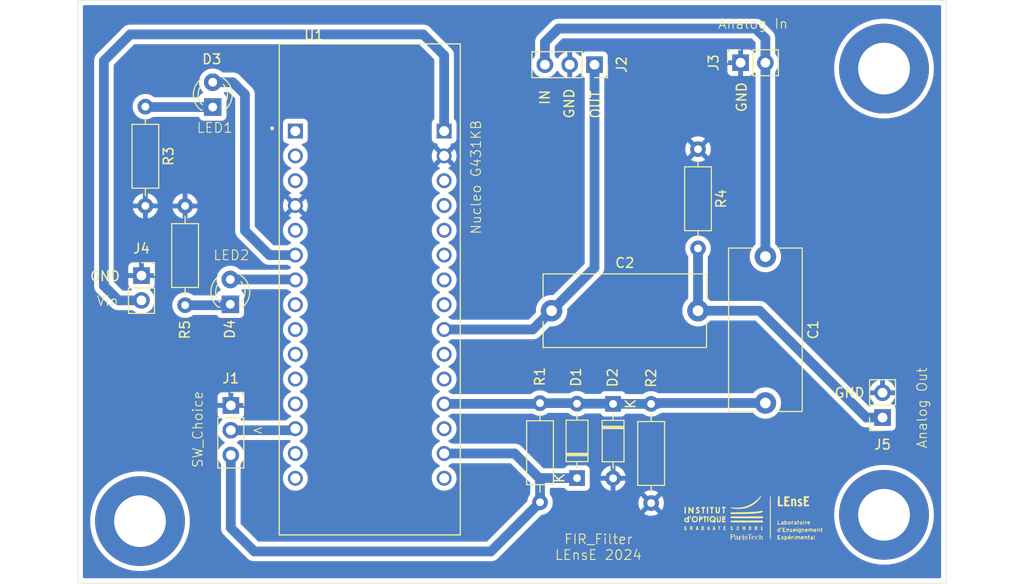
<source format=kicad_pcb>
(kicad_pcb (version 20240108) (generator "pcbnew") (generator_version "8.0")
  (layers (0 "F.Cu" signal) (31 "B.Cu" signal) (34 "B.Paste" user) (35 "F.Paste" user) (36 "B.SilkS" user "B.Silkscreen") (37 "F.SilkS" user "F.Silkscreen") (38 "B.Mask" user) (39 "F.Mask" user) (44 "Edge.Cuts" user))
  (net 0 "")
  (net 1 "GND")
  (net 2 "DAC_OUT")
  (net 3 "CHOICE")
  (net 4 "Analog_In")
  (net 5 "3.3V")
  (net 13 "Net-(D4-K)")
  (net 17 "Net-(J5-Pin_1)")
  (net 18 "LED1")
  (net 19 "Net-(D3-K)")
  (net 21 "AN_IN")
  (net 22 "Vin")
  (net 23 "5V")
  (net 33 "LED2")
  (footprint "Resistor_THT:R_Axial_DIN0207_L6.3mm_D2.5mm_P10.16mm_Horizontal" (layer "F.Cu") (at 241.3 110.55 -90)
    (property "Reference" "R4" (at 5.08 -2.37 90) (layer "F.SilkS"))
    (property "Value" "47k")
    (pad "1" thru_hole circle (at 0 0 270) (size 1.6 1.6) (drill 0.8) (layers "*.Cu" "*.Mask") (net 1 "GND"))
    (pad "2" thru_hole oval (at 10.16 0 270) (size 1.6 1.6) (drill 0.8) (layers "*.Cu" "*.Mask") (net 17 "Net-(J5-Pin_1)"))
  )
  (footprint "Resistor_THT:R_Axial_DIN0207_L6.3mm_D2.5mm_P10.16mm_Horizontal" (layer "F.Cu") (at 184.7 106.2 -90)
    (property "Reference" "R3" (at 5.08 -2.37 90) (layer "F.SilkS"))
    (property "Value" "100")
    (pad "1" thru_hole circle (at 0 0 270) (size 1.6 1.6) (drill 0.8) (layers "*.Cu" "*.Mask") (net 19 "Net-(D3-K)"))
    (pad "2" thru_hole oval (at 10.16 0 270) (size 1.6 1.6) (drill 0.8) (layers "*.Cu" "*.Mask") (net 1 "GND"))
  )
  (footprint "Resistor_THT:R_Axial_DIN0207_L6.3mm_D2.5mm_P10.16mm_Horizontal" (layer "F.Cu") (at 225.12 136.56 -90)
    (property "Reference" "R1" (at -2.71 0.02 90) (layer "F.SilkS"))
    (property "Value" "47k")
    (pad "1" thru_hole circle (at 0 0 270) (size 1.6 1.6) (drill 0.8) (layers "*.Cu" "*.Mask") (net 21 "AN_IN"))
    (pad "2" thru_hole oval (at 10.16 0 270) (size 1.6 1.6) (drill 0.8) (layers "*.Cu" "*.Mask") (net 5 "3.3V"))
  )
  (footprint "Diode_THT:D_DO-35_SOD27_P7.62mm_Horizontal" (layer "F.Cu") (at 228.91 144.24 90)
    (property "Reference" "D1" (at 10.34 -0.11 -90) (layer "F.SilkS"))
    (property "Value" "D")
    (fp_text user "K" (at 0 -1.8 -90) (layer "F.SilkS"))
    (pad "1" thru_hole rect (at 0 0 90) (size 1.6 1.6) (drill 0.8) (layers "*.Cu" "*.Mask") (net 5 "3.3V"))
    (pad "2" thru_hole oval (at 7.62 0 90) (size 1.6 1.6) (drill 0.8) (layers "*.Cu" "*.Mask") (net 21 "AN_IN"))
  )
  (footprint "Resistor_THT:R_Axial_DIN0207_L6.3mm_D2.5mm_P10.16mm_Horizontal" (layer "F.Cu") (at 236.5 146.8 90)
    (property "Reference" "R2" (at 12.8 0 -90) (layer "F.SilkS"))
    (property "Value" "47k")
    (pad "1" thru_hole circle (at 0 0 90) (size 1.6 1.6) (drill 0.8) (layers "*.Cu" "*.Mask") (net 1 "GND"))
    (pad "2" thru_hole oval (at 10.16 0 90) (size 1.6 1.6) (drill 0.8) (layers "*.Cu" "*.Mask") (net 21 "AN_IN"))
  )
  (footprint "LEnsE:Logo_Small" (layer "F.Cu") (at 247 148.1)
    (property "Reference" "G***" (hide yes))
    (property "Value" "LOGO" (hide yes))
  )
  (footprint "Resistor_THT:R_Axial_DIN0207_L6.3mm_D2.5mm_P10.16mm_Horizontal" (layer "F.Cu") (at 188.77 126.53 90)
    (property "Reference" "R5" (at -2.52 -0.02 -90) (layer "F.SilkS"))
    (property "Value" "100")
    (pad "1" thru_hole circle (at 0 0 90) (size 1.6 1.6) (drill 0.8) (layers "*.Cu" "*.Mask") (net 13 "Net-(D4-K)"))
    (pad "2" thru_hole oval (at 10.16 0 90) (size 1.6 1.6) (drill 0.8) (layers "*.Cu" "*.Mask") (net 1 "GND"))
  )
  (footprint "Capacitor_THT:C_Rect_L16.5mm_W7.3mm_P15.00mm_MKT" (layer "F.Cu") (at 248.2 121.55 -90)
    (property "Reference" "C1" (at 7.5 -4.9 90) (layer "F.SilkS"))
    (property "Value" "1uF")
    (pad "1" thru_hole circle (at 0 0 270) (size 2.2 2.2) (drill 1.1) (layers "*.Cu" "*.Mask") (net 4 "Analog_In"))
    (pad "2" thru_hole circle (at 15 0 270) (size 2.2 2.2) (drill 1.1) (layers "*.Cu" "*.Mask") (net 21 "AN_IN"))
  )
  (footprint "Diode_THT:D_DO-35_SOD27_P7.62mm_Horizontal" (layer "F.Cu") (at 232.6 136.64 -90)
    (property "Reference" "D2" (at -2.69 0.05 90) (layer "F.SilkS"))
    (property "Value" "D")
    (fp_text user "K" (at 0 -1.8 90) (layer "F.SilkS"))
    (pad "1" thru_hole rect (at 0 0 270) (size 1.6 1.6) (drill 0.8) (layers "*.Cu" "*.Mask") (net 21 "AN_IN"))
    (pad "2" thru_hole oval (at 7.62 0 270) (size 1.6 1.6) (drill 0.8) (layers "*.Cu" "*.Mask") (net 1 "GND"))
  )
  (footprint "NUCLEO_L432KC:MODULE_NUCLEO-L432KC" (layer "F.Cu") (at 207.68 124.915)
    (property "Reference" "U1" (at -5.715 -26.035 0) (layer "F.SilkS"))
    (property "Value" "NUCLEO-L432KC")
    (pad "CN3_1" thru_hole rect (at -7.62 -16.215) (size 1.53 1.53) (drill 1.02) (layers "*.Cu" "*.Mask"))
    (pad "CN3_2" thru_hole circle (at -7.62 -13.675) (size 1.53 1.53) (drill 1.02) (layers "*.Cu" "*.Mask"))
    (pad "CN3_3" thru_hole circle (at -7.62 -11.135) (size 1.53 1.53) (drill 1.02) (layers "*.Cu" "*.Mask"))
    (pad "CN3_4" thru_hole circle (at -7.62 -8.595) (size 1.53 1.53) (drill 1.02) (layers "*.Cu" "*.Mask") (net 1 "GND"))
    (pad "CN3_5" thru_hole circle (at -7.62 -6.055) (size 1.53 1.53) (drill 1.02) (layers "*.Cu" "*.Mask"))
    (pad "CN3_6" thru_hole circle (at -7.62 -3.515) (size 1.53 1.53) (drill 1.02) (layers "*.Cu" "*.Mask") (net 18 "LED1"))
    (pad "CN3_7" thru_hole circle (at -7.62 -0.975) (size 1.53 1.53) (drill 1.02) (layers "*.Cu" "*.Mask") (net 33 "LED2"))
    (pad "CN3_8" thru_hole circle (at -7.62 1.565) (size 1.53 1.53) (drill 1.02) (layers "*.Cu" "*.Mask"))
    (pad "CN3_9" thru_hole circle (at -7.62 4.105) (size 1.53 1.53) (drill 1.02) (layers "*.Cu" "*.Mask"))
    (pad "CN3_10" thru_hole circle (at -7.62 6.645) (size 1.53 1.53) (drill 1.02) (layers "*.Cu" "*.Mask"))
    (pad "CN3_11" thru_hole circle (at -7.62 9.185) (size 1.53 1.53) (drill 1.02) (layers "*.Cu" "*.Mask"))
    (pad "CN3_12" thru_hole circle (at -7.62 11.725) (size 1.53 1.53) (drill 1.02) (layers "*.Cu" "*.Mask"))
    (pad "CN3_13" thru_hole circle (at -7.62 14.265) (size 1.53 1.53) (drill 1.02) (layers "*.Cu" "*.Mask") (net 3 "CHOICE"))
    (pad "CN3_14" thru_hole circle (at -7.62 16.805) (size 1.53 1.53) (drill 1.02) (layers "*.Cu" "*.Mask"))
    (pad "CN3_15" thru_hole circle (at -7.62 19.345) (size 1.53 1.53) (drill 1.02) (layers "*.Cu" "*.Mask"))
    (pad "CN4_1" thru_hole rect (at 7.62 -16.215) (size 1.53 1.53) (drill 1.02) (layers "*.Cu" "*.Mask") (net 22 "Vin"))
    (pad "CN4_2" thru_hole circle (at 7.62 -13.675) (size 1.53 1.53) (drill 1.02) (layers "*.Cu" "*.Mask") (net 1 "GND"))
    (pad "CN4_3" thru_hole circle (at 7.62 -11.135) (size 1.53 1.53) (drill 1.02) (layers "*.Cu" "*.Mask"))
    (pad "CN4_4" thru_hole circle (at 7.62 -8.595) (size 1.53 1.53) (drill 1.02) (layers "*.Cu" "*.Mask") (net 23 "5V"))
    (pad "CN4_5" thru_hole circle (at 7.62 -6.055) (size 1.53 1.53) (drill 1.02) (layers "*.Cu" "*.Mask"))
    (pad "CN4_6" thru_hole circle (at 7.62 -3.515) (size 1.53 1.53) (drill 1.02) (layers "*.Cu" "*.Mask"))
    (pad "CN4_7" thru_hole circle (at 7.62 -0.975) (size 1.53 1.53) (drill 1.02) (layers "*.Cu" "*.Mask"))
    (pad "CN4_8" thru_hole circle (at 7.62 1.565) (size 1.53 1.53) (drill 1.02) (layers "*.Cu" "*.Mask"))
    (pad "CN4_9" thru_hole circle (at 7.62 4.105) (size 1.53 1.53) (drill 1.02) (layers "*.Cu" "*.Mask") (net 2 "DAC_OUT"))
    (pad "CN4_10" thru_hole circle (at 7.62 6.645) (size 1.53 1.53) (drill 1.02) (layers "*.Cu" "*.Mask"))
    (pad "CN4_11" thru_hole circle (at 7.62 9.185) (size 1.53 1.53) (drill 1.02) (layers "*.Cu" "*.Mask"))
    (pad "CN4_12" thru_hole circle (at 7.62 11.725) (size 1.53 1.53) (drill 1.02) (layers "*.Cu" "*.Mask") (net 21 "AN_IN"))
    (pad "CN4_13" thru_hole circle (at 7.62 14.265) (size 1.53 1.53) (drill 1.02) (layers "*.Cu" "*.Mask"))
    (pad "CN4_14" thru_hole circle (at 7.62 16.805) (size 1.53 1.53) (drill 1.02) (layers "*.Cu" "*.Mask") (net 5 "3.3V"))
    (pad "CN4_15" thru_hole circle (at 7.62 19.345) (size 1.53 1.53) (drill 1.02) (layers "*.Cu" "*.Mask"))
  )
  (footprint "Connector_PinSocket_2.54mm:PinSocket_1x02_P2.54mm_Vertical" (layer "F.Cu") (at 184.3 123.5)
    (property "Reference" "J4" (at 0 -2.77 0) (layer "F.SilkS"))
    (property "Value" "Conn_01x02")
    (pad "1" thru_hole rect (at 0 0) (size 1.7 1.7) (drill 1) (layers "*.Cu" "*.Mask") (net 1 "GND"))
    (pad "2" thru_hole oval (at 0 2.54) (size 1.7 1.7) (drill 1) (layers "*.Cu" "*.Mask") (net 22 "Vin"))
  )
  (footprint "Capacitor_THT:C_Rect_L16.5mm_W7.3mm_P15.00mm_MKT" (layer "F.Cu") (at 226.3 127.1)
    (property "Reference" "C2" (at 7.5 -4.9 0) (layer "F.SilkS"))
    (property "Value" "1uF")
    (pad "1" thru_hole circle (at 0 0) (size 2.2 2.2) (drill 1.1) (layers "*.Cu" "*.Mask") (net 2 "DAC_OUT"))
    (pad "2" thru_hole circle (at 15 0) (size 2.2 2.2) (drill 1.1) (layers "*.Cu" "*.Mask") (net 17 "Net-(J5-Pin_1)"))
  )
  (footprint "" (layer "F.Cu") (at 260.35 102.3)
    (property "Reference" "" (at 0 0 0) (layer "F.SilkS") (effects (font (size 1.27 1.27))))
    (property "Value" "")
    (pad "1" thru_hole circle (at 0 0) (size 9.2 9.2) (drill 5.3) (layers "*.Cu" "*.Mask"))
  )
  (footprint "Connector_PinSocket_2.54mm:PinSocket_1x02_P2.54mm_Vertical" (layer "F.Cu") (at 260.2 138.04 180)
    (property "Reference" "J5" (at 0 -2.77 180) (layer "F.SilkS"))
    (property "Value" "AnalogOut")
    (pad "1" thru_hole rect (at 0 0 180) (size 1.7 1.7) (drill 1) (layers "*.Cu" "*.Mask") (net 17 "Net-(J5-Pin_1)"))
    (pad "2" thru_hole oval (at 0 2.54 180) (size 1.7 1.7) (drill 1) (layers "*.Cu" "*.Mask") (net 1 "GND"))
  )
  (footprint "Connector_PinSocket_2.54mm:PinSocket_1x03_P2.54mm_Vertical" (layer "F.Cu") (at 193.45 136.8)
    (property "Reference" "J1" (at 0 -2.77 0) (layer "F.SilkS"))
    (property "Value" "SW_CHOICE")
    (pad "1" thru_hole rect (at 0 0) (size 1.7 1.7) (drill 1) (layers "*.Cu" "*.Mask") (net 1 "GND"))
    (pad "2" thru_hole oval (at 0 2.54) (size 1.7 1.7) (drill 1) (layers "*.Cu" "*.Mask") (net 3 "CHOICE"))
    (pad "3" thru_hole oval (at 0 5.08) (size 1.7 1.7) (drill 1) (layers "*.Cu" "*.Mask") (net 5 "3.3V"))
  )
  (footprint "MountingHole:MountingHole_5.3mm_M5_DIN965_Pad" (layer "F.Cu") (at 260.35 148)
    (property "Reference" "REF**" (hide yes))
    (property "Value" "MountingHole_5.3mm_M5_DIN965_Pad")
    (pad "1" thru_hole circle (at 0 0) (size 9.2 9.2) (drill 5.3) (layers "*.Cu" "*.Mask"))
  )
  (footprint "LED_THT:LED_D3.0mm_Clear" (layer "F.Cu") (at 191.6 106.24 90)
    (property "Reference" "D3" (at 4.9 -0.1 0) (layer "F.SilkS"))
    (property "Value" "LED")
    (pad "1" thru_hole rect (at 0 0 90) (size 1.8 1.8) (drill 0.9) (layers "*.Cu" "*.Mask") (net 19 "Net-(D3-K)"))
    (pad "2" thru_hole circle (at 2.54 0 90) (size 1.8 1.8) (drill 0.9) (layers "*.Cu" "*.Mask") (net 18 "LED1"))
  )
  (footprint "Connector_PinSocket_2.54mm:PinSocket_1x03_P2.54mm_Vertical" (layer "F.Cu") (at 230.7 101.9 -90)
    (property "Reference" "J2" (at 0 -2.77 90) (layer "F.SilkS"))
    (property "Value" "Test_In")
    (pad "1" thru_hole rect (at 0 0 270) (size 1.7 1.7) (drill 1) (layers "*.Cu" "*.Mask") (net 2 "DAC_OUT"))
    (pad "2" thru_hole oval (at 0 2.54 270) (size 1.7 1.7) (drill 1) (layers "*.Cu" "*.Mask") (net 1 "GND"))
    (pad "3" thru_hole oval (at 0 5.08 270) (size 1.7 1.7) (drill 1) (layers "*.Cu" "*.Mask") (net 4 "Analog_In"))
  )
  (footprint "MountingHole:MountingHole_5.3mm_M5_DIN965_Pad" (layer "F.Cu") (at 184.15 148.65)
    (property "Reference" "REF**" (hide yes))
    (property "Value" "MountingHole_5.3mm_M5_DIN965_Pad")
    (pad "1" thru_hole circle (at 0 0) (size 9.2 9.2) (drill 5.3) (layers "*.Cu" "*.Mask"))
  )
  (footprint "Connector_PinSocket_2.54mm:PinSocket_1x02_P2.54mm_Vertical" (layer "F.Cu") (at 245.66 101.7 90)
    (property "Reference" "J3" (at 0 -2.77 -90) (layer "F.SilkS"))
    (property "Value" "AnalogIn")
    (pad "1" thru_hole rect (at 0 0 90) (size 1.7 1.7) (drill 1) (layers "*.Cu" "*.Mask") (net 1 "GND"))
    (pad "2" thru_hole oval (at 0 2.54 90) (size 1.7 1.7) (drill 1) (layers "*.Cu" "*.Mask") (net 4 "Analog_In"))
  )
  (footprint "LED_THT:LED_D3.0mm_Clear" (layer "F.Cu") (at 193.4 126.44 90)
    (property "Reference" "D4" (at -2.56 -0.05 -90) (layer "F.SilkS"))
    (property "Value" "LED")
    (pad "1" thru_hole rect (at 0 0 90) (size 1.8 1.8) (drill 0.9) (layers "*.Cu" "*.Mask") (net 13 "Net-(D4-K)"))
    (pad "2" thru_hole circle (at 2.54 0 90) (size 1.8 1.8) (drill 0.9) (layers "*.Cu" "*.Mask") (net 33 "LED2"))
  )
  (gr_rect (start 177.8 95.3) (end 266.7 155) (stroke (width 0.05)) (fill none) (layer "Edge.Cuts"))
  (gr_text "Analog In" (at 243.3 98.3 0) (layer "F.SilkS") (effects (font (size 1 1) (thickness 0.1)) (justify left bottom)))
  (gr_text "FIR_Filter\nLEnsE 2024" (at 231.1 152.7 0) (layer "F.SilkS") (effects (font (size 1 1) (thickness 0.1)) (justify bottom)))
  (gr_text "LED1" (at 189.9 108.95 0) (layer "F.SilkS") (effects (font (size 1 1) (thickness 0.1)) (justify left bottom)))
  (gr_text ">" (at 196.9 138.85 180) (layer "F.SilkS") (effects (font (size 1 1) (thickness 0.1)) (justify left bottom)))
  (gr_text "Vin" (at 179.65 126.7 0) (layer "F.SilkS") (effects (font (size 1 1) (thickness 0.1)) (justify left bottom)))
  (gr_text "Nucleo G431KB" (at 219.15 119.35 90) (layer "F.SilkS") (effects (font (size 1 1) (thickness 0.1)) (justify left bottom)))
  (gr_text "GND" (at 178.95 124.15 0) (layer "F.SilkS") (effects (font (size 1 1)) (justify left bottom)))
  (gr_text "LED2" (at 191.6 122 0) (layer "F.SilkS") (effects (font (size 1 1) (thickness 0.1)) (justify left bottom)))
  (gr_text "GND" (at 255.2 136.1 0) (layer "F.SilkS") (effects (font (size 1 1)) (justify left bottom)))
  (gr_text "GND" (at 246.350559 106.847059 90) (layer "F.SilkS") (effects (font (size 1 1)) (justify left bottom)))
  (gr_text "GND" (at 228.7 107.5 90) (layer "F.SilkS") (effects (font (size 1 1)) (justify left bottom)))
  (gr_text "Analog Out" (at 264.832358 141.253358 90) (layer "F.SilkS") (effects (font (size 1 1) (thickness 0.1)) (justify left bottom)))
  (gr_text "IN" (at 226.2 106.1 90) (layer "F.SilkS") (effects (font (size 1 1)) (justify left bottom)))
  (gr_text "OUT" (at 231.4 107.5 90) (layer "F.SilkS") (effects (font (size 1 1)) (justify left bottom)))
  (gr_text "SW_Choice" (at 190.65 143.25 90) (layer "F.SilkS") (effects (font (size 1 1) (thickness 0.1)) (justify left bottom)))
  (segment (start 230.7 122.7) (end 230.7 101.9) (width 1) (layer "B.Cu") (net 2))
  (segment (start 224.38 129.02) (end 226.3 127.1) (width 1) (layer "B.Cu") (net 2))
  (segment (start 226.3 127.1) (end 230.7 122.7) (width 1) (layer "B.Cu") (net 2))
  (segment (start 215.3 129.02) (end 224.38 129.02) (width 1) (layer "B.Cu") (net 2))
  (segment (start 199.9 139.34) (end 200.06 139.18) (width 1) (layer "B.Cu") (net 3))
  (segment (start 193.45 139.34) (end 199.9 139.34) (width 1) (layer "B.Cu") (net 3))
  (segment (start 248.2 99.2) (end 248.2 101.7) (width 1) (layer "B.Cu") (net 4))
  (segment (start 225.62 101.9) (end 225.62 99.58) (width 1) (layer "B.Cu") (net 4))
  (segment (start 227 98.2) (end 247.2 98.2) (width 1) (layer "B.Cu") (net 4))
  (segment (start 247.2 98.2) (end 248.2 99.2) (width 1) (layer "B.Cu") (net 4))
  (segment (start 248.2 101.7) (end 248.2 121.55) (width 1) (layer "B.Cu") (net 4))
  (segment (start 225.62 99.58) (end 227 98.2) (width 1) (layer "B.Cu") (net 4))
  (segment (start 193.45 141.88) (end 193.45 149.35) (width 1) (layer "B.Cu") (net 5))
  (segment (start 222.52 141.72) (end 225.12 144.32) (width 1) (layer "B.Cu") (net 5))
  (segment (start 225.12 144.32) (end 225.2 144.24) (width 1) (layer "B.Cu") (net 5))
  (segment (start 225.12 146.73) (end 225.12 146.72) (width 1) (layer "B.Cu") (net 5))
  (segment (start 225.2 144.24) (end 228.91 144.24) (width 1) (layer "B.Cu") (net 5))
  (segment (start 215.3 141.72) (end 222.52 141.72) (width 1) (layer "B.Cu") (net 5))
  (segment (start 195.85 151.75) (end 220.1 151.75) (width 1) (layer "B.Cu") (net 5))
  (segment (start 225.12 144.32) (end 225.12 146.72) (width 1) (layer "B.Cu") (net 5))
  (segment (start 220.1 151.75) (end 225.12 146.73) (width 1) (layer "B.Cu") (net 5))
  (segment (start 193.45 149.35) (end 195.85 151.75) (width 1) (layer "B.Cu") (net 5))
  (segment (start 193.31 126.53) (end 193.4 126.44) (width 1) (layer "B.Cu") (net 13))
  (segment (start 188.77 126.53) (end 193.31 126.53) (width 1) (layer "B.Cu") (net 13))
  (segment (start 247.6 127.1) (end 241.3 127.1) (width 1) (layer "B.Cu") (net 17))
  (segment (start 241.3 120.71) (end 241.3 127.1) (width 1) (layer "B.Cu") (net 17))
  (segment (start 260.2 138.04) (end 258.54 138.04) (width 1) (layer "B.Cu") (net 17))
  (segment (start 258.54 138.04) (end 247.6 127.1) (width 1) (layer "B.Cu") (net 17))
  (segment (start 193.65 103.7) (end 191.6 103.7) (width 1) (layer "B.Cu") (net 18))
  (segment (start 194.9 104.95) (end 193.65 103.7) (width 1) (layer "B.Cu") (net 18))
  (segment (start 197.4 121.4) (end 200.06 121.4) (width 1) (layer "B.Cu") (net 18))
  (segment (start 194.9 104.95) (end 194.9 118.9) (width 1) (layer "B.Cu") (net 18))
  (segment (start 194.9 118.9) (end 197.4 121.4) (width 1) (layer "B.Cu") (net 18))
  (segment (start 184.74 106.24) (end 191.6 106.24) (width 1) (layer "B.Cu") (net 19))
  (segment (start 184.7 106.2) (end 184.74 106.24) (width 1) (layer "B.Cu") (net 19))
  (segment (start 215.3 136.64) (end 225.04 136.64) (width 1) (layer "B.Cu") (net 21))
  (segment (start 237.25 136.55) (end 248.2 136.55) (width 1) (layer "B.Cu") (net 21))
  (segment (start 232.58 136.62) (end 232.6 136.64) (width 1) (layer "B.Cu") (net 21))
  (segment (start 228.85 136.56) (end 228.91 136.62) (width 1) (layer "B.Cu") (net 21))
  (segment (start 236.5 136.64) (end 237.16 136.64) (width 1) (layer "B.Cu") (net 21))
  (segment (start 225.04 136.64) (end 225.12 136.56) (width 1) (layer "B.Cu") (net 21))
  (segment (start 237.16 136.64) (end 237.25 136.55) (width 1) (layer "B.Cu") (net 21))
  (segment (start 225.12 136.56) (end 228.85 136.56) (width 1) (layer "B.Cu") (net 21))
  (segment (start 232.6 136.64) (end 236.5 136.64) (width 1) (layer "B.Cu") (net 21))
  (segment (start 228.91 136.62) (end 232.58 136.62) (width 1) (layer "B.Cu") (net 21))
  (segment (start 213.15 98.8) (end 215.3 100.95) (width 1) (layer "B.Cu") (net 22))
  (segment (start 180.45 101.5) (end 183.15 98.8) (width 1) (layer "B.Cu") (net 22))
  (segment (start 184.3 126.04) (end 181.94 126.04) (width 1) (layer "B.Cu") (net 22))
  (segment (start 183.15 98.8) (end 213.15 98.8) (width 1) (layer "B.Cu") (net 22))
  (segment (start 181.94 126.04) (end 180.45 124.55) (width 1) (layer "B.Cu") (net 22))
  (segment (start 215.3 100.95) (end 215.3 108.7) (width 1) (layer "B.Cu") (net 22))
  (segment (start 180.45 124.55) (end 180.45 101.5) (width 1) (layer "B.Cu") (net 22))
  (segment (start 193.4 123.9) (end 200.02 123.9) (width 1) (layer "B.Cu") (net 33))
  (segment (start 200.02 123.9) (end 200.06 123.94) (width 1) (layer "B.Cu") (net 33))
  (zone (net 1) (net_name "GND") (layer "B.Cu") (connect_pads (clearance 0.5)) (min_thickness 0.25) (fill yes (thermal_gap 0.5) (thermal_bridge_width 0.5))
    (polygon (pts (xy 178 95.5) (xy 266.5 95.5) (xy 266.5 154.75) (xy 178 154.7)))
  )
)
</source>
